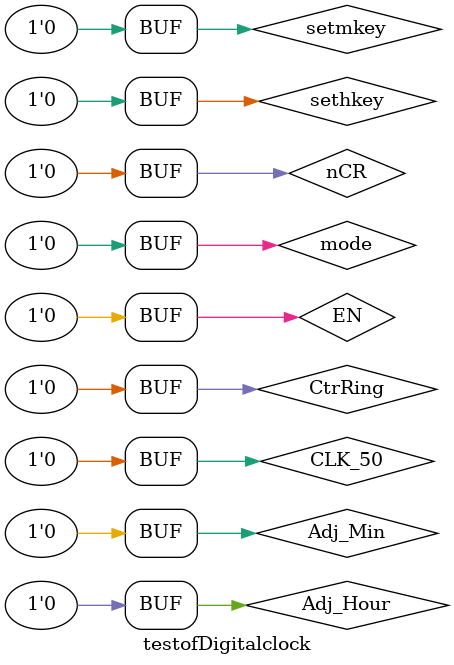
<source format=v>
`timescale 1ns / 1ps


module testofDigitalclock;

	// Inputs
	reg CLK_50;
	reg nCR;
	reg EN;
	reg Adj_Min;
	reg Adj_Hour;
	reg sethkey;
	reg setmkey;
	reg CtrRing;
	reg mode;

	// Outputs
	wire [6:0] SEG;
	wire [3:0] SEL;
	wire secLED;
	wire alarmout;

	// Instantiate the Unit Under Test (UUT)
	top_clock uut (
		.CLK_50(CLK_50), 
		.nCR(nCR), 
		.EN(EN), 
		.Adj_Min(Adj_Min), 
		.Adj_Hour(Adj_Hour), 
		.SEG(SEG), 
		.SEL(SEL), 
		.secLED(secLED), 
		.alarmout(alarmout), 
		.sethkey(sethkey), 
		.setmkey(setmkey), 
		.CtrRing(CtrRing), 
		.mode(mode)
	);

	initial begin
		// Initialize Inputs
		CLK_50 = 0;
		nCR = 0;
		EN = 0;
		Adj_Min = 0;
		Adj_Hour = 0;
		sethkey = 0;
		setmkey = 0;
		CtrRing = 0;
		mode = 0;

		// Wait 100 ns for global reset to finish
		#100;
        
		// Add stimulus here

	end
      
endmodule


</source>
